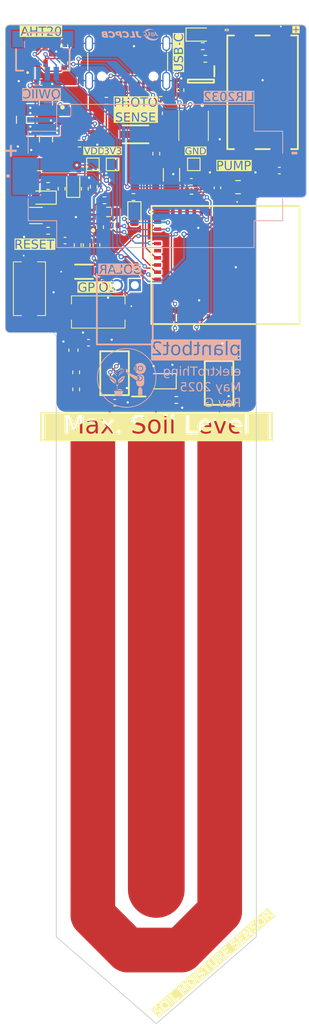
<source format=kicad_pcb>
(kicad_pcb (version 20240108) (generator "pcbnew") (generator_version "8.0")
  (title_block (title "plantbot2") (date "2025-05-31") (rev "A"))
  (layers (0 "F.Cu" signal) (31 "B.Cu" signal) (34 "B.Paste" user) (35 "F.Paste" user) (36 "B.SilkS" user "B.Silkscreen") (37 "F.SilkS" user "F.Silkscreen") (38 "B.Mask" user) (39 "F.Mask" user) (44 "Edge.Cuts" user))
  (net 0 "")
  (net 1 "Net-(IC1-THRES)")
  (net 2 "GND")
  (net 3 "+3V3")
  (net 4 "Net-(IC1-CONT)")
  (net 5 "/Battery Charger/VUSB")
  (net 6 "Net-(IC5-SS)")
  (net 7 "Net-(D1-A)")
  (net 8 "SIG_RAW")
  (net 9 "/Microcontroller/CAP_SIG")
  (net 10 "Net-(IC1-OUT)")
  (net 11 "Net-(IC1-DISCH)")
  (net 12 "Net-(IC2-INPUTA-NEG)")
  (net 13 "Net-(D2-A)")
  (net 14 "GPIO8")
  (net 15 "GPIO9")
  (net 16 "CHIP_PU")
  (net 17 "Net-(IC6-IN)")
  (net 18 "Net-(D8-K)")
  (net 19 "DB_LED")
  (net 25 "Net-(D10-K)")
  (net 26 "Net-(D10-A)")
  (net 27 "Net-(D11-K)")
  (net 28 "VDD")
  (net 29 "Net-(D11-A)")
  (net 31 "Net-(J1-CC1)")
  (net 33 "Net-(J1-CC2)")
  (net 35 "MCU_DM")
  (net 37 "/Battery Charger/READ_BAT")
  (net 38 "/Microcontroller/I2C_SCL")
  (net 39 "Net-(IC5-L1)")
  (net 40 "Net-(IC5-PG)")
  (net 41 "MCU_DP")
  (net 42 "/Microcontroller/LIGHT_SIG")
  (net 43 "Net-(IC5-L2)")
  (net 44 "Net-(IC6-TD)")
  (net 47 "/Microcontroller/PUMP_DRIVE")
  (net 50 "/Microcontroller/I2C_SDA")
  (net 57 "Net-(IC6-TS)")
  (net 58 "Net-(IC6-EN1)")
  (net 59 "Net-(IC6-~{CE})")
  (net 60 "Net-(IC6-TMR)")
  (net 61 "Net-(IC6-ISET)")
  (net 62 "Net-(IC6-EN2)")
  (net 63 "Net-(IC6-ILIM)")
  (net 64 "+BATT")
  (net 68 "/Battery Charger/BAT")
  (net 69 "I2C_PWR")
  (net 70 "Net-(J3-1.1)")
  (net 71 "Net-(Q1-Pad1)")
  (net 72 "Net-(Q1-Pad3)")
  (net 73 "Net-(Q3-G)")
  (footprint "TestPoint:TestPoint_Pad_1.0x1.0mm" (layer "F.Cu") (at 222.4 101.2)
    (property "Reference" "TP1" (hide yes))
    (property "Value" "TestPoint_Alt")
  )
  (footprint "Capacitor_SMD:C_0402_1005Metric" (layer "F.Cu") (at 213.7 112.92 90)
    (property "Reference" "C11" (hide yes))
    (property "Value" "100n")
  )
  (footprint "Capacitor_SMD:C_0805_2012Metric" (layer "F.Cu") (at 205.85 98.43 90)
    (property "Reference" "C16" (hide yes))
    (property "Value" "10u")
  )
  (footprint "Capacitor_SMD:C_0402_1005Metric" (layer "F.Cu") (at 205.3 92)
    (property "Reference" "C19" (hide yes))
    (property "Value" "100n")
  )
  (footprint "Capacitor_SMD:C_0805_2012Metric" (layer "F.Cu") (at 227.35 103.75)
    (property "Reference" "C7" (hide yes))
    (property "Value" "10u")
  )
  (footprint "Resistor_SMD:R_0402_1005Metric" (layer "F.Cu") (at 220.438 127.532)
    (property "Reference" "R6" (hide yes))
    (property "Value" "1M")
  )
  (footprint "Diode_SMD:D_SOD-323F" (layer "F.Cu") (at 218.928 125.4393 180)
    (property "Reference" "D1" (hide yes))
    (property "Value" "1N4148WS")
  )
  (footprint "Capacitor_SMD:C_0402_1005Metric" (layer "F.Cu") (at 212 96.68 90)
    (property "Reference" "C14" (hide yes))
    (property "Value" "1n")
  )
  (footprint "Resistor_SMD:R_0402_1005Metric" (layer "F.Cu") (at 206.09 103.62 180)
    (property "Reference" "R31" (hide yes))
    (property "Value" "2.2k")
  )
  (footprint "Capacitor_SMD:C_0402_1005Metric" (layer "F.Cu") (at 223.228 121.532)
    (property "Reference" "C5" (hide yes))
    (property "Value" "100n")
  )
  (footprint "Resistor_SMD:R_0402_1005Metric" (layer "F.Cu") (at 218.5 95.49 -90)
    (property "Reference" "R2" (hide yes))
    (property "Value" "5.1k")
  )
  (footprint "Capacitor_SMD:C_1206_3216Metric" (layer "F.Cu") (at 219.9 102.375 90)
    (property "Reference" "C6" (hide yes))
    (property "Value" "4.7u")
  )
  (footprint "Resistor_SMD:R_0402_1005Metric" (layer "F.Cu") (at 215.64 104.85)
    (property "Reference" "R13" (hide yes))
    (property "Value" "1k")
  )
  (footprint "SamacSys_Parts:SOIC127P600X175-8N" (layer "F.Cu") (at 225.228 125.632)
    (property "Reference" "IC2" (hide yes))
    (property "Value" "LM358DR2G" (hide yes))
  )
  (footprint "Resistor_SMD:R_0402_1005Metric" (layer "F.Cu") (at 207.9 89.89 90)
    (property "Reference" "R18" (hide yes))
    (property "Value" "10k")
  )
  (footprint "Capacitor_SMD:C_0402_1005Metric" (layer "F.Cu") (at 222.13 103.15 180)
    (property "Reference" "C9" (hide yes))
    (property "Value" "1u")
  )
  (footprint "Resistor_SMD:R_0402_1005Metric" (layer "F.Cu") (at 210.4 110.22 -90)
    (property "Reference" "R34" (hide yes))
    (property "Value" "51k")
  )
  (footprint "Resistor_SMD:R_0402_1005Metric" (layer "F.Cu") (at 218.7 94)
    (property "Reference" "R11" (hide yes))
    (property "Value" "10k")
  )
  (footprint "SamacSys_Parts:ESP32C6MINI1N4" (layer "F.Cu") (at 223.25 112.45 -90)
    (property "Reference" "IC3" (hide yes))
    (property "Value" "ESP32-C6-MINI-1-N4" (hide yes))
  )
  (footprint "Inductor_SMD:L_0805_2012Metric" (layer "F.Cu") (at 203.1 96.2175 -90)
    (property "Reference" "L1" (hide yes))
    (property "Value" "1.5uH")
  )
  (footprint "Capacitor_SMD:C_0402_1005Metric" (layer "F.Cu") (at 207.98 109.72 180)
    (property "Reference" "C17" (hide yes))
    (property "Value" "1u")
  )
  (footprint "LED_SMD:LED_0603_1608Metric" (layer "F.Cu") (at 205.5125 104.92 180)
    (property "Reference" "D11" (hide yes))
    (property "Value" "Green_0603")
  )
  (footprint "SamacSys_Parts:DMP3007SFG7" (layer "F.Cu") (at 222.375 96.9 180)
    (property "Reference" "Q3" (hide yes))
    (property "Value" "DMP3017SFG-7" (hide yes))
  )
  (footprint "Resistor_SMD:R_0402_1005Metric" (layer "F.Cu") (at 211.2 103.71 90)
    (property "Reference" "R36" (hide yes))
    (property "Value" "51k")
  )
  (footprint "Resistor_SMD:R_0402_1005Metric" (layer "F.Cu") (at 211.5 110.21 -90)
    (property "Reference" "R29" (hide yes))
    (property "Value" "1.5k")
  )
  (footprint "Resistor_SMD:R_0402_1005Metric" (layer "F.Cu") (at 220.9 92.91 90)
    (property "Reference" "R12" (hide yes))
    (property "Value" "1k")
  )
  (footprint "SamacSys_Parts:QFN50P300X300X100-17N-D" (layer "F.Cu") (at 209.25 107.07 180)
    (property "Reference" "IC6" (hide yes))
    (property "Value" "BQ24073RGTR" (hide yes))
  )
  (footprint "SamacSys_Parts:2060452998404" (layer "F.Cu") (at 230.1 93.025 -90)
    (property "Reference" "J3" (hide yes))
    (property "Value" "2060-452_998-404" (hide yes))
  )
  (footprint "LED_SMD:LED_0603_1608Metric" (layer "F.Cu") (at 223.0125 86.7)
    (property "Reference" "D2" (hide yes))
    (property "Value" "Green_0603")
  )
  (footprint "Resistor_SMD:R_0603_1608Metric" (layer "F.Cu") (at 212.875 106.52)
    (property "Reference" "R37" (hide yes))
    (property "Value" "560k")
  )
  (footprint "Capacitor_SMD:C_0805_2012Metric" (layer "F.Cu") (at 205.85 94.33 -90)
    (property "Reference" "C13" (hide yes))
    (property "Value" "10u")
  )
  (footprint "Resistor_SMD:R_0402_1005Metric" (layer "F.Cu") (at 220.2 121.75 90)
    (property "Reference" "R9" (hide yes))
    (property "Value" "100")
  )
  (footprint "Capacitor_SMD:C_0402_1005Metric" (layer "F.Cu") (at 213.548 127.8393)
    (property "Reference" "C3" (hide yes))
    (property "Value" "100n")
  )
  (footprint "SamacSys_Parts:AHT20" (layer "F.Cu") (at 204.8 88.9 90)
    (property "Reference" "IC4" (hide yes))
    (property "Value" "AHT20" (hide yes))
  )
  (footprint "Resistor_SMD:R_0402_1005Metric" (layer "F.Cu") (at 211.9 108.22 -90)
    (property "Reference" "TH2" (hide yes))
    (property "Value" "10k_NTC")
  )
  (footprint "Capacitor_SMD:C_0402_1005Metric" (layer "F.Cu") (at 225.05 103.83 90)
    (property "Reference" "C8" (hide yes))
    (property "Value" "100n")
  )
  (footprint "SamacSys_Parts:TEMT6000X01" (layer "F.Cu") (at 216.425 97.85 180)
    (property "Reference" "Q2" (hide yes))
    (property "Value" "TEMT6000X01" (hide yes))
  )
  (footprint "Capacitor_SMD:C_0805_2012Metric" (layer "F.Cu") (at 205.15 101.18 180)
    (property "Reference" "C15" (hide yes))
    (property "Value" "10u")
  )
  (footprint "Resistor_SMD:R_0402_1005Metric" (layer "F.Cu") (at 209.4 110.22 -90)
    (property "Reference" "R22" (hide yes))
    (property "Value" "51k")
  )
  (footprint "SamacSys_Parts:B5819WSL" (layer "F.Cu") (at 210.1 113.2)
    (property "Reference" "D9" (hide yes))
    (property "Value" "B5819W.SL" (hide yes))
  )
  (footprint "Resistor_SMD:R_0402_1005Metric" (layer "F.Cu") (at 209.228 124.4393 90)
    (property "Reference" "R4" (hide yes))
    (property "Value" "2.4k")
  )
  (footprint "SamacSys_Parts:SOT95P237X125-3N" (layer "F.Cu") (at 223.2 91.9 -90)
    (property "Reference" "Q1" (hide yes))
    (property "Value" "DTC143ECA-TP" (hide yes))
  )
  (footprint "LED_SMD:LED_0603_1608Metric" (layer "F.Cu") (at 208.9 103.4075 90)
    (property "Reference" "D10" (hide yes))
    (property "Value" "Green_0603")
  )
  (footprint "Resistor_SMD:R_0402_1005Metric" (layer "F.Cu") (at 222.14 104.15)
    (property "Reference" "R8" (hide yes))
    (property "Value" "10k")
  )
  (footprint "LED_SMD:LED_0603_1608Metric" (layer "F.Cu") (at 215.75 106.8625 -90)
    (property "Reference" "D8" (hide yes))
    (property "Value" "Green_0603")
  )
  (footprint "Resistor_SMD:R_0402_1005Metric" (layer "F.Cu") (at 207.9 87.99 -90)
    (property "Reference" "R17" (hide yes))
    (property "Value" "10k")
  )
  (footprint "Connectors_JT:GT-USB-7010A" (layer "F.Cu") (at 215 89.925 180)
    (property "Reference" "J1" (hide yes))
    (property "Value" "GT-USB-7010")
  )
  (footprint "Resistor_SMD:R_0402_1005Metric" (layer "F.Cu") (at 218.32 122.2 180)
    (property "Reference" "R5" (hide yes))
    (property "Value" "10k")
  )
  (footprint "Resistor_SMD:R_0402_1005Metric" (layer "F.Cu") (at 213.41 108.02)
    (property "Reference" "R38" (hide yes))
    (property "Value" "220k")
  )
  (footprint "Resistor_SMD:R_0402_1005Metric" (layer "F.Cu") (at 223.4 88 180)
    (property "Reference" "R7" (hide yes))
    (property "Value" "2.2k")
  )
  (footprint "Resistor_SMD:R_0402_1005Metric" (layer "F.Cu") (at 218.2 100.01 -90)
    (property "Reference" "R35" (hide yes))
    (property "Value" "10k")
  )
  (footprint "Resistor_SMD:R_0402_1005Metric" (layer "F.Cu") (at 207.6 103.93 -90)
    (property "Reference" "R30" (hide yes))
    (property "Value" "2.2k")
  )
  (footprint "SamacSys_Parts:TS1101CW" (layer "F.Cu") (at 204 115.1 -90)
    (property "Reference" "S2" (hide yes))
    (property "Value" "TS-1101-C-W" (hide yes))
  )
  (footprint "Resistor_SMD:R_0402_1005Metric" (layer "F.Cu") (at 209.61 98.88)
    (property "Reference" "R16" (hide yes))
    (property "Value" "1M")
  )
  (footprint "Capacitor_SMD:C_0603_1608Metric" (layer "F.Cu") (at 208.928 121.9643 90)
    (property "Reference" "C2" (hide yes))
    (property "Value" "470p")
  )
  (footprint "Capacitor_SMD:C_0402_1005Metric" (layer "F.Cu") (at 227.5 122.3 180)
    (property "Reference" "C12" (hide yes))
    (property "Value" "100n")
  )
  (footprint "Capacitor_SMD:C_0402_1005Metric" (layer "F.Cu") (at 214.7 112.92 -90)
    (property "Reference" "C10" (hide yes))
    (property "Value" "100n")
  )
  (footprint "Resistor_SMD:R_0402_1005Metric" (layer "F.Cu") (at 223.69 89.4)
    (property "Reference" "R10" (hide yes))
    (property "Value" "220")
  )
  (footprint "SamacSys_Parts:SOIC127P600X175-8N" (layer "F.Cu") (at 213.528 124.5393 180)
    (property "Reference" "IC1" (hide yes))
    (property "Value" "NE555DR" (hide yes))
  )
  (footprint "Capacitor_SMD:C_0402_1005Metric" (layer "F.Cu") (at 231.98 101.9 180)
    (property "Reference" "C20" (hide yes))
    (property "Value" "1u")
  )
  (footprint "SamacSys_Parts:QFN50P250X250X100-12N-D" (layer "F.Cu") (at 209.3 96.33)
    (property "Reference" "IC5" (hide yes))
    (property "Value" "TPS63051RMWR" (hide yes))
  )
  (footprint "Capacitor_SMD:C_1206_3216Metric" (layer "F.Cu") (at 204.725 106.92 180)
    (property "Reference" "C18" (hide yes))
    (property "Value" "4.7u")
  )
  (footprint "TestPoint:TestPoint_Pad_1.0x1.0mm" (layer "F.Cu") (at 213.3 101.2)
    (property "Reference" "TP3" (hide yes))
    (property "Value" "TestPoint_Alt")
  )
  (footprint "TestPoint:TestPoint_Pad_1.0x1.0mm" (layer "F.Cu") (at 211.1 101.2)
    (property "Reference" "TP2" (hide yes))
    (property "Value" "TestPoint_Alt")
  )
  (footprint "Resistor_SMD:R_0402_1005Metric" (layer "F.Cu") (at 212.4 105.22)
    (property "Reference" "R32" (hide yes))
    (property "Value" "51k")
  )
  (footprint "Resistor_SMD:R_0402_1005Metric" (layer "F.Cu") (at 206.09 108.62 180)
    (property "Reference" "R28" (hide yes))
    (property "Value" "1.5k")
  )
  (footprint "Resistor_SMD:R_0402_1005Metric" (layer "F.Cu") (at 209.228 126.3493 90)
    (property "Reference" "R3" (hide yes))
    (property "Value" "1.5k")
  )
  (footprint "Resistor_SMD:R_0402_1005Metric" (layer "F.Cu") (at 215.9 112.91 -90)
    (property "Reference" "R14" (hide yes))
    (property "Value" "10k")
  )
  (footprint "Resistor_SMD:R_0402_1005Metric" (layer "F.Cu") (at 212.61 94.1 180)
    (property "Reference" "R1" (hide yes))
    (property "Value" "5.1k")
  )
  (footprint "Resistor_SMD:R_0402_1005Metric" (layer "F.Cu") (at 210.2 103.92 -90)
    (property "Reference" "R33" (hide yes))
    (property "Value" "51k")
  )
  (footprint "Capacitor_SMD:C_0402_1005Metric" (layer "F.Cu") (at 210.608 121.1393 180)
    (property "Reference" "C4" (hide yes))
    (property "Value" "10n")
  )
  (footprint "SamacSys_Parts:TS1101CW" (layer "F.Cu") (at 211.7 117.7 180)
    (property "Reference" "S1" (hide yes))
    (property "Value" "TS-1101-C-W" (hide yes))
  )
  (footprint "SamacSys_Parts:SHDRRA2W50P0X200_1X2_600X760X510P" (layer "B.Cu") (at 215.8 114.7)
    (property "Reference" "J5" (hide yes))
    (property "Value" "PH-2RA" (hide yes))
  )
  (footprint "SamacSys_Parts:CR2032BS61" (layer "B.Cu") (at 218.1 102.5 -90)
    (property "Reference" "U2" (hide yes))
    (property "Value" "CR2032-BS-6-1" (hide yes))
  )
  (footprint "SamacSys_Parts:SM04BSRSSTBLFSN" (layer "B.Cu") (at 205.5 88.6)
    (property "Reference" "J2" (hide yes))
    (property "Value" "SM04B-SRSS-TB__LF__SN_" (hide yes))
  )
  (footprint "personal:PlantBot" (layer "B.Cu") (at 214.9 125.1 180)
    (property "Reference" "" (hide yes))
    (property "Value" "LOGO" (hide yes))
  )
  (footprint "personal:Product Stamp" (layer "B.Cu") (at 226.2 121.5 180)
    (property "Reference" "FID1" (hide yes))
    (property "Value" "Fiducial")
  )
  (footprint "personal:logo_10mm" (layer "B.Cu") (at 231.722123 89.200776 180)
    (property "Reference" "F*" (hide yes))
    (property "Value" "LOGO" (hide yes))
  )
  (footprint "personal:jlcpcb_logo_2mm" (layer "B.Cu") (at 215.3 86.7 180)
    (property "Reference" "FID2" (hide yes))
    (property "Value" "Fiducial" (hide yes))
  )
  (gr_arc (start 234.5 85.6) (mid 234.853523 85.746463) (end 235 86.1) (stroke (width 0.1)) (layer "Edge.Cuts"))
  (gr_line (start 201.3 86.1) (end 201.3 119.523282) (stroke (width 0.05)) (layer "Edge.Cuts"))
  (gr_line (start 218.2 197.223282) (end 207 187.523282) (stroke (width 0.1)) (layer "Edge.Cuts"))
  (gr_line (start 235 104.4) (end 235 86.1) (stroke (width 0.1)) (layer "Edge.Cuts"))
  (gr_arc (start 206.5 120.023282) (mid 206.853553 120.169729) (end 207 120.523282) (stroke (width 0.1)) (layer "Edge.Cuts"))
  (gr_arc (start 229.4 105.4) (mid 229.546476 105.046476) (end 229.9 104.9) (stroke (width 0.1)) (layer "Edge.Cuts"))
  (gr_line (start 229.4 105.4) (end 229.4 187.523282) (stroke (width 0.1)) (layer "Edge.Cuts"))
  (gr_line (start 207 120.523282) (end 207 187.523282) (stroke (width 0.1)) (layer "Edge.Cuts"))
  (gr_line (start 201.8 85.6) (end 234.5 85.6) (stroke (width 0.1)) (layer "Edge.Cuts"))
  (gr_arc (start 235 104.4) (mid 234.853524 104.753524) (end 234.5 104.9) (stroke (width 0.1)) (layer "Edge.Cuts"))
  (gr_arc (start 201.8 120.023282) (mid 201.446447 119.876835) (end 201.3 119.523282) (stroke (width 0.1)) (layer "Edge.Cuts"))
  (gr_line (start 201.8 120.023282) (end 206.5 120.023282) (stroke (width 0.1)) (layer "Edge.Cuts"))
  (gr_line (start 229.9 104.9) (end 234.5 104.9) (stroke (width 0.05)) (layer "Edge.Cuts"))
  (gr_arc (start 201.3 86.1) (mid 201.446447 85.746447) (end 201.8 85.6) (stroke (width 0.1)) (layer "Edge.Cuts"))
  (gr_line (start 229.4 187.523282) (end 218.2 197.223282) (stroke (width 0.1)) (layer "Edge.Cuts"))
  (gr_text "-" (at 234.1 100.8 -0) (layer "B.SilkS") (effects (font (size 1.5 1.5) (thickness 0.3) (bold yes)) (justify left bottom mirror)))
  (gr_text "SOLAR" (at 216.5 113.6 0) (layer "B.SilkS" knockout) (effects (font (size 1 1)) (justify left bottom mirror)))
  (gr_text "LIR2032" (at 229.2 94.3 0) (layer "B.SilkS" knockout) (effects (font (size 1 1)) (justify left bottom mirror)))
  (gr_text "QWIIC" (at 207.5 94 0) (layer "B.SilkS" knockout) (effects (font (size 1 1)) (justify left bottom mirror)))
  (gr_text "+" (at 202.8 100.6 0) (layer "B.SilkS") (effects (font (size 1.5 1.5) (thickness 0.3) (bold yes)) (justify left bottom mirror)))
  (gr_text "|  Max. Soil Level  |" (at 218.224 130.439282 0) (layer "F.SilkS" knockout) (effects (font (size 2 2))))
  (gr_text "+" (at 233.4 86.6 0) (layer "F.SilkS" knockout) (effects (font (size 0.75 0.75)) (justify left bottom)))
  (gr_text "PUMP" (at 224.9 102 0) (layer "F.SilkS" knockout) (effects (font (size 1 1)) (justify left bottom)))
  (gr_text "GND" (at 221.4 100.2 0) (layer "F.SilkS" knockout) (effects (font (size 0.75 0.75)) (justify left bottom)))
  (gr_text "USB-C" (at 221.3575 90.915 90) (layer "F.SilkS" knockout) (effects (font (size 1 1)) (justify left bottom)))
  (gr_text "PHOTO\nSENSE" (at 215.875 96.6 0) (layer "F.SilkS" knockout) (effects (font (size 1 1)) (justify bottom)))
  (gr_text "RESET" (at 202.3 110.8 0) (layer "F.SilkS" knockout) (effects (font (size 1 1)) (justify left bottom)))
  (gr_text "AHT20" (at 203 87 0) (layer "F.SilkS" knockout) (effects (font (size 1 1)) (justify left bottom)))
  (gr_text "3V3" (at 212.3 100.2 0) (layer "F.SilkS" knockout) (effects (font (size 0.75 0.75)) (justify left bottom)))
  (gr_text "VDD" (at 210.1 100.2 0) (layer "F.SilkS" knockout) (effects (font (size 0.75 0.75)) (justify left bottom)))
  (gr_text "SOIL MOISTURE SENSOR" (at 218.5 196.6 41) (layer "F.SilkS" knockout) (effects (font (size 1 1)) (justify left bottom)))
  (gr_text "GPIO9" (at 209.4 115.6 0) (layer "F.SilkS" knockout) (effects (font (size 1 1)) (justify left bottom)))
  (gr_text "-" (at 225.9 86.6 0) (layer "F.SilkS" knockout) (effects (font (size 0.75 0.75)) (justify left bottom)))
  (segment (start 209.228 123.484) (end 209.253 123.509) (width 0.15) (layer "F.Cu") (net 1))
  (segment (start 209.228 123.929) (end 209.228 123.484) (width 0.15) (layer "F.Cu") (net 1))
  (segment (start 210.8163 123.904) (end 210.816 123.9043) (width 0.15) (layer "F.Cu") (net 1))
  (segment (start 209.253 123.509) (end 209.253 123.904) (width 0.15) (layer "F.Cu") (net 1))
  (segment (start 209.253 123.904) (end 210.8163 123.904) (width 0.15) (layer "F.Cu") (net 1))
  (segment (start 214.463 125.174) (end 216.2397 125.174) (width 0.15) (layer "F.Cu") (net 1))
  (segment (start 216.2397 125.174) (end 216.24 125.174) (width 0.15) (layer "F.Cu") (net 1))
  (segment (start 208.928 122.7393) (end 208.9283 122.7393) (width 0.15) (layer "F.Cu") (net 1))
  (segment (start 209.228 123.929) (end 209.228 123.9293) (width 0.15) (layer "F.Cu") (net 1))
  (segment (start 209.228 123.039) (end 209.078 122.889) (width 0.15) (layer "F.Cu") (net 1))
  (segment (start 216.2397 125.174) (end 216.24 125.1743) (width 0.15) (layer "F.Cu") (net 1))
  (segment (start 208.9283 122.7393) (end 209.078 122.889) (width 0.15) (layer "F.Cu") (net 1))
  (segment (start 213.193 123.904) (end 214.463 125.174) (width 0.15) (layer "F.Cu") (net 1))
  (segment (start 210.8163 123.904) (end 213.193 123.904) (width 0.15) (layer "F.Cu") (net 1))
  (segment (start 209.228 123.484) (end 209.228 123.039) (width 0.15) (layer "F.Cu") (net 1))
  (segment (start 211.1 132.323282) (end 211.1 182.223282) (width 5) (layer "F.Cu") (net 2))
  (segment (start 205.85 96.3) (end 206.4 96.3) (width 0.15) (layer "F.Cu") (net 2))
  (segment (start 221 189) (end 225.3 184.7) (width 5) (layer "F.Cu") (net 2))
  (segment (start 211.175 103.2) (end 210.675 102.7) (width 0.15) (layer "F.Cu") (net 2))
  (segment (start 208 96.08) (end 206.62 96.08) (width 0.15) (layer "F.Cu") (net 2))
  (segment (start 211.1 130.767) (end 211.1 132.323) (width 0.15) (layer "F.Cu") (net 2))
  (segment (start 215 189) (end 221 189) (width 5) (layer "F.Cu") (net 2))
  (segment (start 211.1 182.223) (end 211.1 185.1) (width 5) (layer "F.Cu") (net 2))
  (segment (start 205.85 96.3) (end 205.85 97.48) (width 0.15) (layer "F.Cu") (net 2))
  (segment (start 225.3 184.7) (end 225.3 182.223) (width 5) (layer "F.Cu") (net 2))
  (segment (start 205.78 92) (end 206.325414 92) (width 0.15) (layer "F.Cu") (net 2))
  (segment (start 211.2 103.2) (end 211.175 103.2) (width 0.15) (layer "F.Cu") (net 2))
  (segment (start 206.62 96.08) (end 206.4 96.3) (width 0.15) (layer "F.Cu") (net 2))
  (segment (start 205.85 95.28) (end 205.85 96.3) (width 0.15) (layer "F.Cu") (net 2))
  (segment (start 225.3 132.323282) (end 225.3 182.223282) (width 5) (layer "F.Cu") (net 2))
  (segment (start 206.325414 92) (end 206.547937 92.222523) (width 0.15) (layer "F.Cu") (net 2))
  (segment (start 211.1 185.1) (end 215 189) (width 5) (layer "F.Cu") (net 2))
  (segment (start 209.25 107.07) (end 209.23 107.07) (width 0.15) (layer "F.Cu") (net 2))
  (segment (start 214.028 127.839) (end 211.1 130.767) (width 0.15) (layer "F.Cu") (net 2))
  (segment (start 209.23 107.07) (end 209.2 107.1) (width 0.15) (layer "F.Cu") (net 2))
  (segment (start 225.3 132.323) (end 225.3 128.923) (width 0.15) (layer "F.Cu") (net 2))
  (via (at 203.4 109.3) (size 0.5) (drill 0.25) (layers "F.Cu" "B.Cu") (net 2))
  (via (at 229.3 102.1) (size 0.5) (drill 0.25) (layers "F.Cu" "B.Cu") (net 2))
  (via (at 221 91.6) (size 0.5) (drill 0.25) (layers "F.Cu" "B.Cu") (net 2))
  (via (at 224.2 102.1) (size 0.5) (drill 0.25) (layers "F.Cu" "B.Cu") (net 2))
  (via (at 221.1 128.4) (size 0.5) (drill 0.25) (layers "F.Cu" "B.Cu") (net 2))
  (via (at 223 116.4) (size 0.5) (drill 0.25) (layers "F.Cu" "B.Cu") (net 2))
  (via (at 215 127.8) (size 0.5) (drill 0.25) (layers "F.Cu" "B.Cu") (net 2))
  (via (at 212.8 116.1) (size 0.5) (drill 0.25) (layers "F.Cu" "B.Cu") (net 2))
  (via (at 211.6 99) (size 0.5) (drill 0.25) (layers "F.Cu" "B.Cu") (net 2))
  (via (at 206.7 115.5) (size 0.5) (drill 0.25) (layers "F.Cu" "B.Cu") (net 2))
  (via (at 202.7 99.2) (size 0.5) (drill 0.25) (layers "F.Cu" "B.Cu") (net 2))
  (via (at 212.6 102.2) (size 0.5) (drill 0.25) (layers "F.Cu" "B.Cu") (net 2))
  (via (at 204.2 99.6) (size 0.5) (drill 0.25) (layers "F.Cu" "B.Cu") (net 2))
  (via (at 206.4 96.3) (size 0.5) (drill 0.25) (layers "F.Cu" "B.Cu") (net 2))
  (via (at 217.9 123.75) (size 0.5) (drill 0.25) (layers "F.Cu" "B.Cu") (net 2))
  (via (at 210 120) (size 0.5) (drill 0.25) (layers "F.Cu" "B.Cu") (net 2))
  (via (at 213.2 120.8) (size 0.5) (drill 0.25) (layers "F.Cu" "B.Cu") (net 2))
  (via (at 215.7 88) (size 0.5) (drill 0.25) (layers "F.Cu" "B.Cu") (net 2))
  (via (at 209.2 107.1) (size 0.5) (drill 0.25) (layers "F.Cu" "B.Cu") (net 2))
  (via (at 225.3 98.4) (size 0.5) (drill 0.25) (layers "F.Cu" "B.Cu") (net 2))
  (via (at 220.8 88) (size 0.5) (drill 0.25) (layers "F.Cu" "B.Cu") (net 2))
  (via (at 207 88.6) (size 0.5) (drill 0.25) (layers "F.Cu" "B.Cu") (net 2))
  (via (at 210.675 102.7) (size 0.5) (drill 0.25) (layers "F.Cu" "B.Cu") (net 2))
  (via (at 207.8 121) (size 0.5) (drill 0.25) (layers "F.Cu" "B.Cu") (net 2))
  (via (at 227.1 112.7) (size 0.5) (drill 0.25) (layers "F.Cu" "B.Cu") (net 2))
  (via (at 226.3 127.1) (size 0.5) (drill 0.25) (layers "F.Cu" "B.Cu") (net 2))
  (via (at 220.1 102.3) (size 0.5) (drill 0.25) (layers "F.Cu" "B.Cu") (net 2))
  (via (at 212.6 102.2) (size 0.5) (drill 0.25) (layers "F.Cu" "B.Cu") (net 2))
  (via (at 220 123.6) (size 0.5) (drill 0.25) (layers "F.Cu" "B.Cu") (net 2))
  (via (at 214.9 126.2) (size 0.5) (drill 0.25) (layers "F.Cu" "B.Cu") (net 2))
  (via (at 222.9 108.3) (size 0.5) (drill 0.25) (layers "F.Cu" "B.Cu") (net 2))
  (via (at 202.8 91.9) (size 0.5) (drill 0.25) (layers "F.Cu" "B.Cu") (net 2))
  (via (at 225.6 121.2) (size 0.5) (drill 0.25) (layers "F.Cu" "B.Cu") (net 2))
  (via (at 230.1 91.8) (size 0.5) (drill 0.25) (layers "F.Cu" "B.Cu") (net 2))
  (via (at 206.547937 92.222523) (size 0.5) (drill 0.25) (layers "F.Cu" "B.Cu") (net 2))
  (segment (start 203.625 91.075) (end 202.8 91.9) (width 0.15) (layer "B.Cu") (net 2))
  (segment (start 204 91.075) (end 203.625 91.075) (width 0.15) (layer "B.Cu") (net 2))
  (segment (start 223.4 109) (end 221.3 109) (width 0.2) (layer "F.Cu") (net 3))
  (segment (start 208.75 97.53) (end 209.1 97.88) (width 0.2) (layer "F.Cu") (net 3))
  (segment (start 209.05 97.53) (end 208.75 97.53) (width 0.15) (layer "F.Cu") (net 3))
  (segment (start 213.3 101.2) (end 213.3 102.3) (width 0.15) (layer "F.Cu") (net 3))
  (segment (start 225.65 106.55) (end 225.65 106.75) (width 0.2) (layer "F.Cu") (net 3))
  (segment (start 206.1 101.18) (end 205.85 100.93) (width 0.2) (layer "F.Cu") (net 3))
  (segment (start 208.2038 99.0762) (end 206.1 101.18) (width 0.2) (layer "F.Cu") (net 3))
  (segment (start 215.030732 111.530732) (end 215.9 112.4) (width 0.2) (layer "F.Cu") (net 3))
  (segment (start 225.65 106.55) (end 225.65 104.91) (width 0.15) (layer "F.Cu") (net 3))
  (segment (start 208.45 97.53) (end 208.2038 97.2838) (width 0.15) (layer "F.Cu") (net 3))
  (segment (start 214.269268 111.530732) (end 215.030732 111.530732) (width 0.2) (layer "F.Cu") (net 3))
  (segment (start 209.2948 101.2948) (end 209.2948 99.0748) (width 0.2) (layer "F.Cu") (net 3))
  (segment (start 208.75 97.53) (end 208.45 97.53) (width 0.15) (layer "F.Cu") (net 3))
  (segment (start 222.65 104.15) (end 222.81 104.31) (width 0.15) (layer "F.Cu") (net 3))
  (segment (start 209.2948 99.0748) (end 209.1 98.88) (width 0.2) (layer "F.Cu") (net 3))
  (segment (start 209.1 97.88) (end 209.1 98.88) (width 0.2) (layer "F.Cu") (net 3))
  (segment (start 225.445 104.705) (end 225.05 104.31) (width 0.15) (layer "F.Cu") (net 3))
  (segment (start 204.3002 92.4015) (end 204.6661 92.7674) (width 0.2) (layer "F.Cu") (net 3))
  (segment (start 208.2038 97.2838) (end 208.2038 99.0762) (width 0.2) (layer "F.Cu") (net 3))
  (segment (start 222.81 104.31) (end 225.05 104.31) (width 0.15) (layer "F.Cu") (net 3))
  (segment (start 225.65 106.75) (end 223.4 109) (width 0.2) (layer "F.Cu") (net 3))
  (segment (start 205.85 100.93) (end 205.85 99.38) (width 0.2) (layer "F.Cu") (net 3))
  (segment (start 204.6661 98.1961) (end 205.85 99.38) (width 0.2) (layer "F.Cu") (net 3))
  (segment (start 204.6661 92.7674) (end 204.6661 98.1961) (width 0.2) (layer "F.Cu") (net 3))
  (segment (start 208.2038 97.2838) (end 208 97.08) (width 0.15) (layer "F.Cu") (net 3))
  (segment (start 213.3 102.3) (end 212.61675 102.98325) (width 0.15) (layer "F.Cu") (net 3))
  (segment (start 225.445 104.705) (end 226.4 103.75) (width 0.15) (layer "F.Cu") (net 3))
  (segment (start 204.0805 92.4015) (end 204.3002 92.4015) (width 0.2) (layer "F.Cu") (net 3))
  (segment (start 225.65 104.91) (end 225.445 104.705) (width 0.15) (layer "F.Cu") (net 3))
  (via (at 212.61675 102.98325) (size 0.6) (drill 0.3) (layers "F.Cu" "B.Cu") (net 3))
  (via (at 209.2948 101.2948) (size 0.6) (drill 0.3) (layers "F.Cu" "B.Cu") (net 3))
  (via (at 204.0805 92.4015) (size 0.6) (drill 0.3) (layers "F.Cu" "B.Cu") (net 3))
  (via (at 221.3 109) (size 0.6) (drill 0.3) (layers "F.Cu" "B.Cu") (net 3))
  (via (at 214.269268 111.530732) (size 0.6) (drill 0.3) (layers "F.Cu" "B.Cu") (net 3))
  (segment (start 214.552112 111.530732) (end 217.32138 114.3) (width 0.2) (layer "B.Cu") (net 3))
  (segment (start 213.3264 103.6929) (end 212.61675 102.98325) (width 0.2) (layer "B.Cu") (net 3))
  (segment (start 217.32138 114.3) (end 218.7 114.3) (width 0.2) (layer "B.Cu") (net 3))
  (segment (start 212.61675 102.98325) (end 210.9283 101.2948) (width 0.2) (layer "B.Cu") (net 3))
  (segment (start 221.3 111.7) (end 221.3 109) (width 0.2) (layer "B.Cu") (net 3))
  (segment (start 210.9283 101.2948) (end 209.2948 101.2948) (width 0.2) (layer "B.Cu") (net 3))
  (segment (start 205 91.075) (end 205 92.1017) (width 0.2) (layer "B.Cu") (net 3))
  (segment (start 204.3803 92.1017) (end 204.0805 92.4015) (width 0.2) (layer "B.Cu") (net 3))
  (segment (start 213.3264 110.587864) (end 214.269268 111.530732) (width 0.2) (layer "B.Cu") (net 3))
  (segment (start 205 92.1017) (end 204.3803 92.1017) (width 0.2) (layer "B.Cu") (net 3))
  (segment (start 213.3264 110.572764) (end 213.3264 110.587864) (width 0.2) (layer "B.Cu") (net 3))
  (segment (start 214.269268 111.530732) (end 214.552112 111.530732) (width 0.2) (layer "B.Cu") (net 3))
  (segment (start 218.7 114.3) (end 221.3 111.7) (width 0.2) (layer "B.Cu") (net 3))
  (segment (start 213.3264 110.572764) (end 213.3264 103.6929) (width 0.2) (layer "B.Cu") (net 3))
  (segment (start 211.088 121.139) (end 211.088 121.1393) (width 0.15) (layer "F.Cu") (net 4))
  (segment (start 210.816 122.634) (end 210.816 122.6343) (width 0.15) (layer "F.Cu") (net 4))
  (segment (start 211.088 121.1393) (end 211.088 121.779) (width 0.15) (layer "F.Cu") (net 4))
  (segment (start 210.816 122.051) (end 210.816 122.634) (width 0.15) (layer "F.Cu") (net 4))
  (segment (start 211.088 121.779) (end 210.816 122.051) (width 0.15) (layer "F.Cu") (net 4))
  (segment (start 217.4 92.435) (end 217.4 91.9) (width 0.15) (layer "F.Cu") (net 5))
  (segment (start 212.6 92.435) (end 212.6 91.8) (width 0.15) (layer "F.Cu") (net 5))
  (segment (start 211.72 113.2) (end 211.72 112.22) (width 0.25) (layer "F.Cu") (net 5))
  (segment (start 213.1 91.3) (end 216.8 91.3) (width 0.15) (layer "F.Cu") (net 5))
  (segment (start 212 100.7284) (end 212 104.1) (width 0.15) (layer "F.Cu") (net 5))
  (segment (start 211.72 112.22) (end 211.2 111.7) (width 0.25) (layer "F.Cu") (net 5))
  (segment (start 212.6 91.8) (end 213.1 91.3) (width 0.15) (layer "F.Cu") (net 5))
  (segment (start 217.4 91.9) (end 216.9 91.4) (width 0.15) (layer "F.Cu") (net 5))
  (segment (start 216.8 91.3) (end 216.9 91.4) (width 0.15) (layer "F.Cu") (net 5))
  (segment (start 212.6 92.435) (end 212.6 100.1284) (width 0.15) (layer "F.Cu") (net 5))
  (segment (start 212.6 100.1284) (end 212 100.7284) (width 0.15) (layer "F.Cu") (net 5))
  (via (at 212 104.1) (size 0.5) (drill 0.25) (layers "F.Cu" "B.Cu") (net 5))
  (via (at 213.1 91.3) (size 0.5) (drill 0.25) (layers "F.Cu" "B.Cu") (net 5))
  (via (at 211.2 111.7) (size 0.5) (drill 0.25) (layers "F.Cu" "B.Cu") (net 5))
  (segment (start 214.875 115.625) (end 213.425 115.625) (width 0.15) (layer "B.Cu") (net 5))
  (segment (start 211.2 104.9) (end 212 104.1) (width 0.25) (layer "B.Cu") (net 5))
  (segment (start 213.425 115.625) (end 211.2 113.4) (width 0.15) (layer "B.Cu") (net 5))
  (segment (start 211.2 111.7) (end 211.2 104.9) (width 0.25) (layer "B.Cu") (net 5))
  (segment (start 211.2 113.4) (end 211.2 111.7) (width 0.15) (layer "B.Cu") (net 5))
  (segment (start 215.8 114.7) (end 214.875 115.625) (width 0.15) (layer "B.Cu") (net 5))
  (segment (start 211.967 97.127) (end 212 97.16) (width 0.15) (layer "F.Cu") (net 6))
  (segment (start 210.647 97.127) (end 211.967 97.127) (width 0.15) (layer "F.Cu") (net 6))
  (segment (start 210.6 97.08) (end 210.647 97.127) (width 0.15) (layer "F.Cu") (net 6))
  (segment (start 217.828 125.439) (end 217.828 125.4393) (width 0.15) (layer "F.Cu") (net 7))
  (segment (start 217.4 128.123) (end 218.2 128.923) (width 0.15) (layer "F.Cu") (net 7))
  (segment (start 218.2 128.923) (end 218.2 132.323) (width 0.15) (layer "F.Cu") (net 7))
  (segment (start 218.83 124.437) (end 217.828 125.439) (width 0.15) (layer "F.Cu") (net 7))
  (segment (start 217.828 125.439) (end 217.4 125.867) (width 0.15) (layer "F.Cu") (net 7))
  (segment (start 217.4 125.867) (end 217.4 128.123) (width 0.15) (layer "F.Cu") (net 7))
  (segment (start 218.83 122.2) (end 218.83 124.437) (width 0.15) (layer "F.Cu") (net 7))
  (segment (start 218.2 132.323282) (end 218.2 182.223282) (width 6.35) (layer "F.Cu") (net 7))
  (segment (start 220.028 125.439) (end 220.028 125.4393) (width 0.15) (layer "F.Cu") (net 8))
  (segment (start 219.928 126.536) (end 219.928 127.532) (width 0.15) (layer "F.Cu") (net 8))
  (segment (start 220.028 126.436) (end 219.928 126.536) (width 0.15) (layer "F.Cu") (net 8))
  (segment (start 220.028 125.4393) (end 220.028 126.436) (width 0.15) (layer "F.Cu") (net 8))
  (segment (start 221.663 126.267) (end 220.835 125.439) (width 0.15) (layer "F.Cu") (net 8))
  (segment (start 220.835 125.439) (end 220.028 125.439) (width 0.15) (layer "F.Cu") (net 8))
  (segment (start 220.028 126.436) (end 220.028 127.432) (width 0.15) (layer "F.Cu") (net 8))
  (segment (start 222.516 126.267) (end 221.663 126.267) (width 0.15) (layer "F.Cu") (net 8))
  (segment (start 220.3 119.5) (end 220.2 119.6) (width 0.15) (layer "F.Cu") (net 9))
  (segment (start 220.2 121.24) (end 220.225 121.215) (width 0.15) (layer "F.Cu") (net 9))
  (segment (start 220.85 107.822) (end 219.9 108.772) (width 0.15) (layer "F.Cu") (net 9))
  (segment (start 220.85 106.55) (end 220.85 107.822) (width 0.15) (layer "F.Cu") (net 9))
  (segment (start 220.85 104.8) (end 219.9 103.85) (width 0.15) (layer "F.Cu") (net 9))
  (segment (start 219.9 108.772) (end 219.9 116.4) (width 0.15) (layer "F.Cu") (net 9))
  (segment (start 219.9 116.4) (end 220.3 116.8) (width 0.15) (layer "F.Cu") (net 9))
  (segment (start 220.85 106.55) (end 220.85 104.8) (width 0.15) (layer "F.Cu") (net 9))
  (segment (start 220.2 119.6) (end 220.2 121.24) (width 0.15) (layer "F.Cu") (net 9))
  (via (at 220.3 119.5) (size 0.5) (drill 0.25) (layers "F.Cu" "B.Cu") (net 9))
  (via (at 220.3 116.8) (size 0.5) (drill 0.25) (layers "F.Cu" "B.Cu") (net 9))
  (segment (start 220.3 116.8) (end 220.3 119.5) (width 0.15) (layer "B.Cu") (net 9))
  (segment (start 216.2403 123.904) (end 216.24 123.9043) (width 0.15) (layer "F.Cu") (net 10))
  (segment (start 217.81 122.747) (end 217.81 122.2) (width 0.15) (layer "F.Cu") (net 10))
  (segment (start 216.2403 123.904) (end 216.652 123.904) (width 0.15) (layer "F.Cu") (net 10))
  (segment (start 217.229 123.328) (end 217.231 123.326) (width 0.15) (layer "F.Cu") (net 10))
  (segment (start 216.652 123.904) (end 217.229 123.328) (width 0.15) (layer "F.Cu") (net 10))
  (segment (start 217.229 123.327) (end 217.231 123.326) (width 0.15) (layer "F.Cu") (net 10))
  (segment (start 217.229 123.328) (end 217.229 123.327) (width 0.15) (layer "F.Cu") (net 10))
  (segment (start 217.231 123.326) (end 217.81 122.747) (width 0.15) (layer "F.Cu") (net 10))
  (segment (start 216.24 123.904) (end 216.2403 123.904) (width 0.15) (layer "F.Cu") (net 10))
  (segment (start 209.228 125.839) (end 209.228 124.9493) (width 0.15) (layer "F.Cu") (net 11))
  (segment (start 209.453 125.174) (end 210.8157 125.174) (width 0.15) (layer "F.Cu") (net 11))
  (segment (start 210.8157 125.174) (end 210.816 125.174) (width 0.15) (layer "F.Cu") (net 11))
  (segment (start 210.8157 125.174) (end 210.816 125.1743) (width 0.15) (layer "F.Cu") (net 11))
  (segment (start 209.228 124.9493) (end 209.228 124.949) (width 0.15) (layer "F.Cu") (net 11))
  (segment (start 209.228 125.839) (end 209.228 125.8393) (width 0.15) (layer "F.Cu") (net 11))
  (segment (start 209.228 124.949) (end 209.453 125.174) (width 0.15) (layer "F.Cu") (net 11))
  (segment (start 223.563 124.997) (end 223.728 124.832) (width 0.15) (layer "F.Cu") (net 12))
  (segment (start 222.516 123.727) (end 221.667 123.727) (width 0.15) (layer "F.Cu") (net 12))
  (segment (start 221.667 123.727) (end 220.2 122.26) (width 0.15) (layer "F.Cu") (net 12))
  (segment (start 223.728 124.832) (end 223.728 123.932) (width 0.15) (layer "F.Cu") (net 12))
  (segment (start 222.516 124.997) (end 223.563 124.997) (width 0.15) (layer "F.Cu") (net 12))
  (segment (start 223.523 123.727) (end 222.516 123.727) (width 0.15) (layer "F.Cu") (net 12))
  (segment (start 223.728 123.932) (end 223.523 123.727) (width 0.15) (layer "F.Cu") (net 12))
  (segment (start 223.91 88) (end 223.91 86.81) (width 0.15) (layer "F.Cu") (net 13))
  (segment (start 223.91 86.81) (end 223.8 86.7) (width 0.15) (layer "F.Cu") (net 13))
  (segment (start 216.7 114.2) (end 216.7 113.8) (width 0.15) (layer "F.Cu") (net 14))
  (segment (start 216.32 113.42) (end 215.9 113.42) (width 0.15) (layer "F.Cu") (net 14))
  (segment (start 216.7 113.8) (end 216.32 113.42) (width 0.15) (layer "F.Cu") (net 14))
  (segment (start 218.15 115.65) (end 216.7 114.2) (width 0.15) (layer "F.Cu") (net 14))
  (segment (start 218.35 115.65) (end 218.15 115.65) (width 0.15) (layer "F.Cu") (net 14))
  (segment (start 215.75 116.45) (end 218.35 116.45) (width 0.15) (layer "F.Cu") (net 15))
  (segment (start 208 117.7) (end 213.85 117.7) (width 0.15) (layer "F.Cu") (net 15))
  (segment (start 214.7 115.4) (end 215.75 116.45) (width 0.15) (layer "F.Cu") (net 15))
  (segment (start 214.7 113.4) (end 214.7 115.4) (width 0.15) (layer "F.Cu") (net 15))
  (segment (start 214.7 116.85) (end 214.7 115.4) (width 0.15) (layer "F.Cu") (net 15))
  (segment (start 213.85 117.7) (end 214.7 116.85) (width 0.15) (layer "F.Cu") (net 15))
  (segment (start 221.65 103.15) (end 221.63 103.17) (width 0.15) (layer "F.Cu") (net 16))
  (segment (start 220.375 109) (end 221.65 107.725) (width 0.15) (layer "F.Cu") (net 16))
  (segment (start 213.7 111.357537) (end 215.857537 109.2) (width 0.15) (layer "F.Cu") (net 16))
  (segment (start 212.66 113.48) (end 213.7 112.44) (width 0.15) (layer "F.Cu") (net 16))
  (segment (start 221.65 104.17) (end 221.63 104.15) (width 0.15) (layer "F.Cu") (net 16))
  (segment (start 204 118.8) (end 205.825 116.975) (width 0.15) (layer "F.Cu") (net 16))
  (segment (start 212.66 113.74) (end 212.66 113.48) (width 0.15) (layer "F.Cu") (net 16))
  (segment (start 221.65 107.725) (end 221.65 106.55) (width 0.15) (layer "F.Cu") (net 16))
  (segment (start 209.425 116.975) (end 212.66 113.74) (width 0.15) (layer "F.Cu") (net 16))
  (segment (start 215.857537 109.2) (end 216.2 109.2) (width 0.15) (layer "F.Cu") (net 16))
  (segment (start 213.7 112.44) (end 213.7 111.357537) (width 0.15) (layer "F.Cu") (net 16))
  (segment (start 205.825 116.975) (end 209.425 116.975) (width 0.15) (layer "F.Cu") (net 16))
  (segment (start 221.63 103.17) (end 221.63 104.15) (width 0.15) (layer "F.Cu") (net 16))
  (segment (start 221.65 106.55) (end 221.65 104.17) (width 0.15) (layer "F.Cu") (net 16))
  (via (at 216.2 109.2) (size 0.5) (drill 0.25) (layers "F.Cu" "B.Cu") (net 16))
  (via (at 220.375 109) (size 0.5) (drill 0.25) (layers "F.Cu" "B.Cu") (net 16))
  (segment (start 216.2 109.2) (end 220.175 109.2) (width 0.15) (layer "B.Cu") (net 16))
  (segment (start 220.175 109.2) (end 220.375 109) (width 0.15) (layer "B.Cu") (net 16))
  (segment (start 208.46 109.96) (end 208.48 109.98) (width 0.25) (layer "F.Cu") (net 17))
  (segment (start 208.5 108.52) (end 208.5 109.68) (width 0.25) (layer "F.Cu") (net 17))
  (segment (start 208.46 109.72) (end 208.46 109.96) (width 0.25) (layer "F.Cu") (net 17))
  (segment (start 208.5 109.68) (end 208.46 109.72) (width 0.25) (layer "F.Cu") (net 17))
  (segment (start 208.48 109.98) (end 208.48 113.2) (width 0.25) (layer "F.Cu") (net 17))
  (segment (start 215.13 105.455) (end 215.13 104.85) (width 0.15) (layer "F.Cu") (net 18))
  (segment (start 215.75 106.075) (end 215.13 105.455) (width 0.15) (layer "F.Cu") (net 18))
  (segment (start 214.6 107.3) (end 214.48 107.3) (width 0.15) (layer "F.Cu") (net 19))
  (segment (start 219.45 107.65) (end 219.5 107.7) (width 0.15) (layer "F.Cu") (net 19))
  (segment (start 215.4 107.3) (end 214.6 107.3) (width 0.15) (layer "F.Cu") (net 19))
  (segment (start 215.75 107.65) (end 215.4 107.3) (width 0.15) (layer "F.Cu") (net 19))
  (segment (start 218.35 107.65) (end 219.45 107.65) (width 0.15) (layer "F.Cu") (net 19))
  (via (at 214.6 107.3) (size 0.5) (drill 0.25) (layers "F.Cu" "B.Cu") (net 19))
  (via (at 219.5 107.7) (size 0.5) (drill 0.25) (layers "F.Cu" "B.Cu") (net 19))
  (segment (start 215 107.7) (end 214.6 107.3) (width 0.15) (layer "B.Cu") (net 19))
  (segment (start 219.5 107.7) (end 215 107.7) (width 0.15) (layer "B.Cu") (net 19))
  (segment (start 208.9 104.195) (end 209 104.295) (width 0.15) (layer "F.Cu") (net 25))
  (segment (start 209 104.295) (end 209 105.62) (width 0.15) (layer "F.Cu") (net 25))
  (segment (start 208.4 102.62) (end 207.6 103.42) (width 0.15) (layer "F.Cu") (net 26))
  (segment (start 208.9 102.62) (end 208.4 102.62) (width 0.15) (layer "F.Cu") (net 26))
  (segment (start 207.1483 106.32) (end 207.1483 105.7683) (width 0.15) (layer "F.Cu") (net 27))
  (segment (start 207.8 106.32) (end 207.1483 106.32) (width 0.15) (layer "F.Cu") (net 27))
  (segment (start 207.1483 105.7683) (end 206.3 104.92) (width 0.15) (layer "F.Cu") (net 27))
  (segment (start 209.55 95.13) (end 209.55 95.7817) (width 0.15) (layer "F.Cu") (net 28))
  (segment (start 209.4925 94.4783) (end 209.55 94.4783) (width 0.15) (layer "F.Cu") (net 28))
  (segment (start 204.0583 105.3925) (end 204.0583 104.2846) (width 0.15) (layer "F.Cu") (net 28))
  (segment (start 222 95.35) (end 222.05 95.4) (width 0.15) (layer "F.Cu") (net 28))
  (segment (start 218.19 93.8149) (end 217.83755 93.46245) (width 0.15) (layer "F.Cu") (net 28))
  (segment (start 207.9517 93.38) (end 209.05 94.4783) (width 0.15) (layer "F.Cu") (net 28))
  (segment (start 205.85 93.38) (end 207.9517 93.38) (width 0.15) (layer "F.Cu") (net 28))
  (segment (start 206.2 106.92) (end 206.2 106.87) (width 0.15) (layer "F.Cu") (net 28))
  (segment (start 209.9482 95.7817) (end 209.9482 97.358) (width 0.15) (layer "F.Cu") (net 28))
  (segment (start 209.9482 97.358) (end 210.6543 98.0641) (width 0.15) (layer "F.Cu") (net 28))
  (segment (start 207.1483 106.82) (end 206.25 106.82) (width 0.15) (layer "F.Cu") (net 28))
  (segment (start 209.55 94.8041) (end 209.55 94.4783) (width 0.15) (layer "F.Cu") (net 28))
  (segment (start 211.1 101.2) (end 210.3 101.2) (width 0.15) (layer "F.Cu") (net 28))
  (segment (start 207.1498 106.82) (end 207.1483 106.82) (width 0.15) (layer "F.Cu") (net 28))
  (segment (start 218.19 94) (end 218.19 93.8149) (width 0.15) (layer "F.Cu") (net 28))
  (segment (start 207.2242 106.82) (end 207.1498 106.82) (width 0.15) (layer "F.Cu") (net 28))
  (segment (start 223.35 95.4) (end 222.05 95.4) (width 0.25) (layer "F.Cu") (net 28))
  (segment (start 209.9482 95.58) (end 209.9482 95.7817) (width 0.15) (layer "F.Cu") (net 28))
  (segment (start 209.55 94.8041) (end 209.55 95.13) (width 0.15) (layer "F.Cu") (net 28))
  (segment (start 209.05 95.13) (end 209.05 94.4783) (width 0.15) (layer "F.Cu") (net 28))
  (segment (start 207.8 106.82) (end 207.2242 106.82) (width 0.15) (layer "F.Cu") (net 28))
  (segment (start 209.4925 94.4783) (end 209.4925 89.4026) (width 0.15) (layer "F.Cu") (net 28))
  (segment (start 209.9483 95.58) (end 209.9482 95.58) (width 0.15) (layer "F.Cu") (net 28))
  (segment (start 210.2 103.41) (end 208.4753 103.41) (width 0.15) (layer "F.Cu") (net 28))
  (segment (start 208.4753 103.41) (end 207.6 104.2853) (width 0.15) (layer "F.Cu") (net 28))
  (segment (start 222 94.5) (end 222 95.35) (width 0.15) (layer "F.Cu") (net 28))
  (segment (start 210.6 95.58) (end 209.9483 95.58) (width 0.15) (layer "F.Cu") (net 28))
  (segment (start 210.2 101.3) (end 210.2 103.41) (width 0.15) (layer "F.Cu") (net 28))
  (segment (start 207.8 107.32) (end 207.8 106.82) (width 0.15) (layer "F.Cu") (net 28))
  (segment (start 210.2 99.88) (end 210.2 101.3) (width 0.15) (layer "F.Cu") (net 28))
  (segment (start 206.25 106.82) (end 206.2 106.87) (width 0.15) (layer "F.Cu") (net 28))
  (segment (start 209.55 95.7817) (end 209.9482 95.7817) (width 0.15) (layer "F.Cu") (net 28))
  (segment (start 210.6543 98.0641) (end 210.6543 99.4257) (width 0.15) (layer "F.Cu") (net 28))
  (segment (start 209.05 94.4783) (end 209.4925 94.4783) (width 0.15) (layer "F.Cu") (net 28))
  (segment (start 210.6543 99.4257) (end 210.2 99.88) (width 0.15) (layer "F.Cu") (net 28))
  (segment (start 207.6 104.44) (end 207.6 104.2853) (width 0.15) (layer "F.Cu") (net 28))
  (segment (start 206.0335 103.0535) (end 206.6 103.62) (width 0.15) (layer "F.Cu") (net 28))
  (segment (start 207.2653 104.2853) (end 207.6 104.2853) (width 0.15) (layer "F.Cu") (net 28))
  (segment (start 205.2894 103.0535) (end 206.0335 103.0535) (width 0.15) (layer "F.Cu") (net 28))
  (segment (start 206.6 103.62) (end 207.2653 104.2853) (width 0.15) (layer "F.Cu") (net 28))
  (segment (start 210.3 101.2) (end 210.2 101.3) (width 0.15) (layer "F.Cu") (net 28))
  (segment (start 206.2 106.87) (end 205.5358 106.87) (width 0.15) (layer "F.Cu") (net 28))
  (segment (start 204.0583 104.2846) (end 205.2894 103.0535) (width 0.15) (layer "F.Cu") (net 28))
  (segment (start 205.5358 106.87) (end 204.0583 105.3925) (width 0.15) (layer "F.Cu") (net 28))
  (via (at 209.4925 89.4026) (size 0.5) (drill 0.25) (layers "F.Cu" "B.Cu") (net 28))
  (via (at 222 94.5) (size 0.5) (drill 0.25) (layers "F.Cu" "B.Cu") (net 28))
  (via (at 217.83755 93.46245) (size 0.5) (drill 0.25) (layers "F.Cu" "B.Cu") (net 28))
  (segment (start 219.2943 94.9192) (end 221.5808 94.9192) (width 0.15) (layer "B.Cu") (net 28))
  (segment (start 221.5808 94.9192) (end 222 94.5) (width 0.15) (layer "B.Cu") (net 28))
  (segment (start 217.83755 93.46245) (end 219.2943 94.9192) (width 0.15) (layer "B.Cu") (net 28))
  (segment (start 213.7777 89.4026) (end 217.83755 93.46245) (width 0.15) (layer "B.Cu") (net 28))
  (segment (start 209.4925 89.4026) (end 213.7777 89.4026) (width 0.15) (layer "B.Cu") (net 28))
  (segment (start 204.725 104.92) (end 205.58 104.065) (width 0.15) (layer "F.Cu") (net 29))
  (segment (start 205.58 104.065) (end 205.58 103.62) (width 0.15) (layer "F.Cu") (net 29))
  (segment (start 216.25 93.115) (end 216.25 92.435) (width 0.15) (layer "F.Cu") (net 31))
  (segment (start 218.5 94.98) (end 218.115 94.98) (width 0.15) (layer "F.Cu") (net 31))
  (segment (start 218.115 94.98) (end 216.25 93.115) (width 0.15) (layer "F.Cu") (net 31))
  (segment (start 213.25 92.435) (end 213.25 93.97) (width 0.15) (layer "F.Cu") (net 33))
  (segment (start 213.25 93.97) (end 213.12 94.1) (width 0.15) (layer "F.Cu") (net 33))
  (segment (start 214.825 93.24) (end 215.66 93.24) (width 0.15) (layer "F.Cu") (net 35))
  (segment (start 215.75 93.15) (end 215.75 92.435) (width 0.15) (layer "F.Cu") (net 35))
  (segment (start 218.15 111.65) (end 217 110.5) (width 0.15) (layer "F.Cu") (net 35))
  (segment (start 216.812 104.1) (end 216.812 95.5125) (width 0.15) (layer "F.Cu") (net 35))
  (segment (start 217 110.5) (end 217 104.288) (width 0.15) (layer "F.Cu") (net 35))
  (segment (start 217 104.288) (end 216.812 104.1) (width 0.15) (layer "F.Cu") (net 35))
  (segment (start 214.75 93.165) (end 214.825 93.24) (width 0.15) (layer "F.Cu") (net 35))
  (segment (start 214.75 92.435) (end 214.75 93.165) (width 0.15) (layer "F.Cu") (net 35))
  (segment (start 216.812 95.5125) (end 214.75 93.45) (width 0.15) (layer "F.Cu") (net 35))
  (segment (start 218.35 111.65) (end 218.15 111.65) (width 0.15) (layer "F.Cu") (net 35))
  (segment (start 214.75 93.165) (end 214.75 92.435) (width 0.15) (layer "F.Cu") (net 35))
  (segment (start 215.66 93.24) (end 215.75 93.15) (width 0.15) (layer "F.Cu") (net 35))
  (segment (start 214.75 93.45) (end 214.75 93.165) (width 0.15) (layer "F.Cu") (net 35))
  (segment (start 214.6 108.1) (end 214 108.1) (width 0.15) (layer "F.Cu") (net 37))
  (segment (start 219.45 108.45) (end 219.5 108.5) (width 0.15) (layer "F.Cu") (net 37))
  (segment (start 214 108.1) (end 213.92 108.02) (width 0.15) (layer "F.Cu") (net 37))
  (segment (start 218.35 108.45) (end 219.45 108.45) (width 0.15) (layer "F.Cu") (net 37))
  (via (at 219.5 108.5) (size 0.5) (drill 0.25) (layers "F.Cu" "B.Cu") (net 37))
  (via (at 214.6 108.1) (size 0.5) (drill 0.25) (layers "F.Cu" "B.Cu") (net 37))
  (segment (start 219.5 108.5) (end 215 108.5) (width 0.15) (layer "B.Cu") (net 37))
  (segment (start 215 108.5) (end 214.6 108.1) (width 0.15) (layer "B.Cu") (net 37))
  (segment (start 217.85 114.05) (end 217.3 113.5) (width 0.15) (layer "F.Cu") (net 38))
  (segment (start 205.8 89.38) (end 207.9 89.38) (width 0.15) (layer "F.Cu") (net 38))
  (segment (start 218.35 114.05) (end 217.85 114.05) (width 0.15) (layer "F.Cu") (net 38))
  (segment (start 205.8 88.9035) (end 205.8 89.38) (width 0.15) (layer "F.Cu") (net 38))
  (segment (start 205.7965 88.9) (end 205.8 88.9035) (width 0.15) (layer "F.Cu") (net 38))
  (segment (start 205.8 89.38) (end 205.8 89.9) (width 0.15) (layer "F.Cu") (net 38))
  (via (at 205.7965 88.9) (size 0.5) (drill 0.25) (layers "F.Cu" "B.Cu") (net 38))
  (via (at 217.3 113.5) (size 0.5) (drill 0.25) (layers "F.Cu" "B.Cu") (net 38))
  (segment (start 217.128248 113.5) (end 213.8 110.171752) (width 0.15) (layer "B.Cu") (net 38))
  (segment (start 213.8 110.171752) (end 213.8 109.8) (width 0.15) (layer "B.Cu") (net 38))
  (segment (start 207 90.5741) (end 207 90.0733) (width 0.15) (layer "B.Cu") (net 38))
  (segment (start 206.9698 90.0733) (end 205.7965 88.9) (width 0.15) (layer "B.Cu") (net 38))
  (segment (start 217.3 113.5) (end 217.128248 113.5) (width 0.15) (layer "B.Cu") (net 38))
  (segment (start 207 90.5741) (end 207 91.075) (width 0.15) (layer "B.Cu") (net 38))
  (segment (start 207 92.0767) (end 207.5267 92.0767) (width 0.15) (layer "B.Cu") (net 38))
  (segment (start 207 90.0733) (end 206.9698 90.0733) (width 0.15) (layer "B.Cu") (net 38))
  (segment (start 207 91.075) (end 207 92.0767) (width 0.15) (layer "B.Cu") (net 38))
  (segment (start 213.8 98.35) (end 213.8 109.8) (width 0.15) (layer "B.Cu") (net 38))
  (segment (start 207.5267 92.0767) (end 213.8 98.35) (width 0.15) (layer "B.Cu") (net 38))
  (segment (start 207.4523 94.5105) (end 207.3483 94.6145) (width 0.15) (layer "F.Cu") (net 39))
  (segment (start 203.775 95.155) (end 203.825 95.155) (width 0.15) (layer "F.Cu") (net 39))
  (segment (start 208 95.58) (end 207.3483 95.58) (width 0.15) (layer "F.Cu") (net 39))
  (segment (start 203.1 95.155) (end 203.775 95.155) (width 0.15) (layer "F.Cu") (net 39))
  (segment (start 207.3483 94.6145) (end 207.3483 95.58) (width 0.15) (layer "F.Cu") (net 39))
  (segment (start 203.825 95.155) (end 204.1 94.88) (width 0.15) (layer "F.Cu") (net 39))
  (segment (start 203.1 95.155) (end 203.775 95.155) (width 0.15) (layer "F.Cu") (net 39))
  (segment (start 203.775 95.155) (end 204.1 95.48) (width 0.15) (layer "F.Cu") (net 39))
  (via (at 204.1 95.48) (size 0.5) (drill 0.25) (layers "F.Cu" "B.Cu") (net 39))
  (via (at 204.1 94.88) (size 0.5) (drill 0.25) (layers "F.Cu" "B.Cu") (net 39))
  (via (at 207.4523 94.5105) (size 0.5) (drill 0.25) (layers "F.Cu" "B.Cu") (net 39))
  (segment (start 207.0828 94.88) (end 207.4523 94.5105) (width 0.15) (layer "B.Cu") (net 39))
  (segment (start 204.1 94.88) (end 207.0828 94.88) (width 0.15) (layer "B.Cu") (net 39))
  (segment (start 211.243 96.58) (end 211.315 96.652) (width 0.15) (layer "F.Cu") (net 40))
  (segment (start 210.6 96.58) (end 211.243 96.58) (width 0.15) (layer "F.Cu") (net 40))
  (segment (start 210.1 98.86) (end 210.12 98.88) (width 0.15) (layer "F.Cu") (net 40))
  (segment (start 210.1 98.28) (end 210.1 98.86) (width 0.15) (layer "F.Cu") (net 40))
  (via (at 210.1 98.28) (size 0.5) (drill 0.25) (layers "F.Cu" "B.Cu") (net 40))
  (via (at 211.315 96.652) (size 0.5) (drill 0.25) (layers "F.Cu" "B.Cu") (net 40))
  (segment (start 211.315 96.652) (end 211.315 97.0652) (width 0.15) (layer "B.Cu") (net 40))
  (segment (start 211.315 97.0652) (end 210.1 98.28) (width 0.15) (layer "B.Cu") (net 40))
  (segment (start 215.25 91.705) (end 215.25 92.435) (width 0.15) (layer "F.Cu") (net 41))
  (segment (start 214.25 92.435) (end 214.25 93.3743) (width 0.15) (layer "F.Cu") (net 41))
  (segment (start 214.25 92.435) (end 214.25 91.705) (width 0.15) (layer "F.Cu") (net 41))
  (segment (start 214.355 91.6) (end 215.145 91.6) (width 0.15) (layer "F.Cu") (net 41))
  (segment (start 216.7 104.567) (end 216.7 111.685) (width 0.15) (layer "F.Cu") (net 41))
  (segment (start 217.723 112.45) (end 218.35 112.45) (width 0.15) (layer "F.Cu") (net 41))
  (segment (start 217.494 112.479) (end 217.694 112.479) (width 0.15) (layer "F.Cu") (net 41))
  (segment (start 216.512 95.6368) (end 216.512 104.38) (width 0.15) (layer "F.Cu") (net 41))
  (segment (start 215.145 91.6) (end 215.25 91.705) (width 0.15) (layer "F.Cu") (net 41))
  (segment (start 214.25 93.3743) (end 216.512 95.6368) (width 0.15) (layer "F.Cu") (net 41))
  (segment (start 214.25 91.705) (end 214.355 91.6) (width 0.15) (layer "F.Cu") (net 41))
  (segment (start 217.694 112.479) (end 217.723 112.45) (width 0.15) (layer "F.Cu") (net 41))
  (segment (start 216.512 104.38) (end 216.7 104.567) (width 0.15) (layer "F.Cu") (net 41))
  (segment (start 216.7 111.685) (end 217.494 112.479) (width 0.15) (layer "F.Cu") (net 41))
  (segment (start 217.5125 106.5015) (end 217.5125 100.1875) (width 0.15) (layer "F.Cu") (net 42))
  (segment (start 224.05 107.1767) (end 223.85 107.3767) (width 0.15) (layer "F.Cu") (net 42))
  (segment (start 224.05 106.55) (end 224.05 107.1767) (width 0.15) (layer "F.Cu") (net 42))
  (segment (start 223.85 107.3767) (end 223.85 107.4065) (width 0.15) (layer "F.Cu") (net 42))
  (segment (start 218.2 98.4) (end 218.2 97.3) (width 0.15) (layer "F.Cu") (net 42))
  (segment (start 217.5125 100.1875) (end 218.2 99.5) (width 0.15) (layer "F.Cu") (net 42))
  (segment (start 218.2 99.5) (end 218.2 98.4) (width 0.15) (layer "F.Cu") (net 42))
  (via (at 223.85 107.4065) (size 0.5) (drill 0.25) (layers "F.Cu" "B.Cu") (net 42))
  (via (at 217.5125 106.5015) (size 0.5) (drill 0.25) (layers "F.Cu" "B.Cu") (net 42))
  (segment (start 223.85 107.4065) (end 222.945 106.5015) (width 0.15) (layer "B.Cu") (net 42))
  (segment (start 222.945 106.5015) (end 217.5125 106.5015) (width 0.15) (layer "B.Cu") (net 42))
  (segment (start 207.1 96.905) (end 207.1 97.18) (width 0.15) (layer "F.Cu") (net 43))
  (segment (start 208 96.58) (end 207.425 96.58) (width 0.15) (layer "F.Cu") (net 43))
  (segment (start 207.425 96.58) (end 207.1 96.905) (width 0.15) (layer "F.Cu") (net 43))
  (segment (start 203.1 97.28) (end 203.8 97.28) (width 0.15) (layer "F.Cu") (net 43))
  (segment (start 203.8 97.28) (end 204.1 96.98) (width 0.15) (layer "F.Cu") (net 43))
  (segment (start 203.8 97.28) (end 204.1 97.58) (width 0.15) (layer "F.Cu") (net 43))
  (via (at 207.1 97.18) (size 0.5) (drill 0.25) (layers "F.Cu" "B.Cu") (net 43))
  (via (at 204.1 97.58) (size 0.5) (drill 0.25) (layers "F.Cu" "B.Cu") (net 43))
  (via (at 207.1 97.68) (size 0.5) (drill 0.25) (layers "F.Cu" "B.Cu") (net 43))
  (via (at 204.1 96.98) (size 0.5) (drill 0.25) (layers "F.Cu" "B.Cu") (net 43))
  (segment (start 204.1 97.58) (end 207.1 97.58) (width 0.15) (layer "B.Cu") (net 43))
  (segment (start 207.1 97.18) (end 207.1 97.58) (width 0.15) (layer "B.Cu") (net 43))
  (segment (start 207.1 97.58) (end 207.1 97.68) (width 0.15) (layer "B.Cu") (net 43))
  (segment (start 209.5 109) (end 209.5 108.52) (width 0.15) (layer "F.Cu") (net 44))
  (segment (start 209.715 109.215) (end 209.5 109) (width 0.15) (layer "F.Cu") (net 44))
  (segment (start 210.4 109.71) (end 209.905 109.215) (width 0.15) (layer "F.Cu") (net 44))
  (segment (start 209.905 109.215) (end 209.715 109.215) (width 0.15) (layer "F.Cu") (net 44))
  (segment (start 218.7631 100.1405) (end 218.7631 104.3759) (width 0.15) (layer "F.Cu") (net 47))
  (segment (start 222.289996 89.4) (end 223.18 89.4) (width 0.15) (layer "F.Cu") (net 47))
  (segment (start 223.18 89.4) (end 223.18 88.29) (width 0.15) (layer "F.Cu") (net 47))
  (segment (start 218.7631 100.1405) (end 220.8 98.1036) (width 0.15) (layer "F.Cu") (net 47))
  (segment (start 218.7631 104.3759) (end 220.05 105.6628) (width 0.15) (layer "F.Cu") (net 47))
  (segment (start 220.479998 91.209998) (end 222.289996 89.4) (width 0.15) (layer "F.Cu") (net 47))
  (segment (start 220.05 105.6628) (end 220.05 106.55) (width 0.15) (layer "F.Cu") (net 47))
  (segment (start 220.8 98.1036) (end 220.8 94.3) (width 0.15) (layer "F.Cu") (net 47))
  (segment (start 223.18 88.29) (end 222.89 88) (width 0.15) (layer "F.Cu") (net 47))
  (via (at 220.479998 91.209998) (size 0.5) (drill 0.25) (layers "F.Cu" "B.Cu") (net 47))
  (via (at 220.8 94.3) (size 0.5) (drill 0.25) (layers "F.Cu" "B.Cu") (net 47))
  (segment (start 220.8 94.3) (end 220.525 94.025) (width 0.15) (layer "B.Cu") (net 47))
  (segment (start 220.525 94.025) (end 220.525 91.255) (width 0.15) (layer "B.Cu") (net 47))
  (segment (start 220.525 91.255) (end 220.479998 91.209998) (width 0.15) (layer "B.Cu") (net 47))
  (segment (start 217.1 112.8) (end 216.9 112.6) (width 0.15) (layer "F.Cu") (net 50))
  (segment (start 205.8 88.0359) (end 207.4359 88.0359) (width 0.15) (layer "F.Cu") (net 50))
  (segment (start 218.35 113.25) (end 218.15 113.25) (width 0.15) (layer "F.Cu") (net 50))
  (segment (start 218.15 113.25) (end 217.7 112.8) (width 0.15) (layer "F.Cu") (net 50))
  (segment (start 204.584 88.9) (end 204.9359 88.9) (width 0.15) (layer "F.Cu") (net 50))
  (segment (start 217.7 112.8) (end 217.1 112.8) (width 0.15) (layer "F.Cu") (net 50))
  (segment (start 207.4359 88.0359) (end 207.9 88.5) (width 0.15) (layer "F.Cu") (net 50))
  (segment (start 205.8 88.0359) (end 205.8 87.9) (width 0.15) (layer "F.Cu") (net 50))
  (segment (start 204.9359 88.9) (end 205.8 88.0359) (width 0.15) (layer "F.Cu") (net 50))
  (via (at 204.584 88.9) (size 0.5) (drill 0.25) (layers "F.Cu" "B.Cu") (net 50))
  (via (at 216.9 112.6) (size 0.5) (drill 0.25) (layers "F.Cu" "B.Cu") (net 50))
  (segment (start 216.9 112.6) (end 214.125 109.825) (width 0.15) (layer "B.Cu") (net 50))
  (segment (start 214.125 96.985) (end 209.2991 92.1591) (width 0.15) (layer "B.Cu") (net 50))
  (segment (start 206 90.0733) (end 205.7573 90.0733) (width 0.15) (layer "B.Cu") (net 50))
  (segment (start 206.0025 88.4145) (end 205.0695 88.4145) (width 0.15) (layer "B.Cu") (net 50))
  (segment (start 206 90.5741) (end 206 91.075) (width 0.15) (layer "B.Cu") (net 50))
  (segment (start 206 90.5741) (end 206 90.0733) (width 0.15) (layer "B.Cu") (net 50))
  (segment (start 214.125 109.825) (end 214.125 96.985) (width 0.15) (layer "B.Cu") (net 50))
  (segment (start 205.0695 88.4145) (end 204.584 88.9) (width 0.15) (layer "B.Cu") (net 50))
  (segment (start 209.2991 91.7111) (end 206.0025 88.4145) (width 0.15) (layer "B.Cu") (net 50))
  (segment (start 205.7573 90.0733) (end 204.584 88.9) (width 0.15) (layer "B.Cu") (net 50))
  (segment (start 209.2991 92.1591) (end 209.2991 91.7111) (width 0.15) (layer "B.Cu") (net 50))
  (segment (start 210.7 107.82) (end 211.79 107.82) (width 0.15) (layer "F.Cu") (net 57))
  (segment (start 211.79 107.82) (end 211.9 107.71) (width 0.15) (layer "F.Cu") (net 57))
  (segment (start 209.5 105.62) (end 209.5 104.9683) (width 0.15) (layer "F.Cu") (net 58))
  (segment (start 209.5 104.9683) (end 209.6617 104.9683) (width 0.15) (layer "F.Cu") (net 58))
  (segment (start 209.6617 104.9683) (end 210.2 104.43) (width 0.15) (layer "F.Cu") (net 58))
  (segment (start 211.3517 105.7583) (end 211.89 105.22) (width 0.15) (layer "F.Cu") (net 59))
  (segment (start 210.7 106.32) (end 211.3517 106.32) (width 0.15) (layer "F.Cu") (net 59))
  (segment (start 211.3517 106.32) (end 211.3517 105.7583) (width 0.15) (layer "F.Cu") (net 59))
  (segment (start 209 108.52) (end 209 109.31) (width 0.15) (layer "F.Cu") (net 60))
  (segment (start 209 109.31) (end 209.4 109.71) (width 0.15) (layer "F.Cu") (net 60))
  (segment (start 210 108.52) (end 210.32 108.52) (width 0.15) (layer "F.Cu") (net 61))
  (segment (start 210.32 108.52) (end 211.5 109.7) (width 0.15) (layer "F.Cu") (net 61))
  (segment (start 211.2 104.42) (end 211.2 104.22) (width 0.15) (layer "F.Cu") (net 62))
  (segment (start 210 105.62) (end 211.2 104.42) (width 0.15) (layer "F.Cu") (net 62))
  (segment (start 207.1483 107.82) (end 207.1483 108.0717) (width 0.15) (layer "F.Cu") (net 63))
  (segment (start 207.8 107.82) (end 207.1483 107.82) (width 0.15) (layer "F.Cu") (net 63))
  (segment (start 207.1483 108.0717) (end 206.6 108.62) (width 0.15) (layer "F.Cu") (net 63))
  (segment (start 210.7 107.32) (end 211.3517 107.32) (width 0.15) (layer "F.Cu") (net 64))
  (segment (start 212.8264 103.9478) (end 212.4 104.3742) (width 0.15) (layer "F.Cu") (net 64))
  (segment (start 212.4 106.17) (end 212.05 106.52) (width 0.15) (layer "F.Cu") (net 64))
  (segment (start 212.8264 103.9369) (end 212.8264 103.9478) (width 0.15) (layer "F.Cu") (net 64))
  (segment (start 211.3517 106.82) (end 210.7 106.82) (width 0.15) (layer "F.Cu") (net 64))
  (segment (start 211.3517 106.82) (end 211.3517 107.32) (width 0.15) (layer "F.Cu") (net 64))
  (segment (start 212.4 104.3742) (end 212.4 106.17) (width 0.15) (layer "F.Cu") (net 64))
  (segment (start 211.75 106.82) (end 211.3517 106.82) (width 0.15) (layer "F.Cu") (net 64))
  (segment (start 212.05 106.52) (end 211.75 106.82) (width 0.15) (layer "F.Cu") (net 64))
  (via (at 212.8264 103.9369) (size 0.5) (drill 0.25) (layers "F.Cu" "B.Cu") (net 64))
  (segment (start 212.8264 103.9369) (end 211.1145 102.225) (width 0.15) (layer "B.Cu") (net 64))
  (segment (start 211.1145 102.225) (end 203.875 102.225) (width 0.15) (layer "B.Cu") (net 64))
  (segment (start 203.875 102.225) (end 203.6 102.5) (width 0.15) (layer "B.Cu") (net 64))
  (segment (start 213.7 107.22) (end 212.9 108.02) (width 0.15) (layer "F.Cu") (net 68))
  (segment (start 218.35 110.05) (end 217.525 110.05) (width 0.15) (layer "F.Cu") (net 68))
  (segment (start 213.7 106.52) (end 213.7 107.22) (width 0.15) (layer "F.Cu") (net 68))
  (segment (start 213.651751 108.771751) (end 212.9 108.02) (width 0.15) (layer "F.Cu") (net 68))
  (segment (start 217.525 110.05) (end 217.475 110) (width 0.15) (layer "F.Cu") (net 68))
  (segment (start 214.599999 108.771751) (end 213.651751 108.771751) (width 0.15) (layer "F.Cu") (net 68))
  (via (at 217.475 110) (size 0.5) (drill 0.25) (layers "F.Cu" "B.Cu") (net 68))
  (via (at 214.599999 108.771751) (size 0.5) (drill 0.25) (layers "F.Cu" "B.Cu") (net 68))
  (segment (start 217.475 110) (end 215.828248 110) (width 0.15) (layer "B.Cu") (net 68))
  (segment (start 215.828248 110) (end 214.599999 108.771751) (width 0.15) (layer "B.Cu") (net 68))
  (segment (start 212.211 127.8393) (end 213.068 127.8393) (width 0.15) (layer "F.Cu") (net 69))
  (segment (start 208.9084 90.0054) (end 208.6698 90.0054) (width 0.15) (layer "F.Cu") (net 69))
  (segment (start 214.8657 122.6343) (end 216.24 122.6343) (width 0.15) (layer "F.Cu") (net 69))
  (segment (start 204.8 91.9017) (end 204.8 89.9) (width 0.2) (layer "F.Cu") (net 69))
  (segment (start 227.98 123.687) (end 227.94 123.727) (width 0.15) (layer "F.Cu") (net 69))
  (segment (start 214.65 97.85) (end 214.65 103.3967) (width 0.15) (layer "F.Cu") (net 69))
  (segment (start 219.713571 121.586429) (end 219.862142 121.735) (width 0.15) (layer "F.Cu") (net 69))
  (segment (start 223.8665 104.8815) (end 223.25 105.498) (width 0.15) (layer "F.Cu") (net 69))
  (segment (start 213.068 124.450752) (end 213.058624 124.441376) (width 0.15) (layer "F.Cu") (net 69))
  (segment (start 210.816 126.4443) (end 209.643 126.4443) (width 0.15) (layer "F.Cu") (net 69))
  (segment (start 208.4822 88.0622) (end 208.4822 89.8178) (width 0.15) (layer "F.Cu") (net 69))
  (segment (start 222.748 121.532) (end 222.748 119.448) (width 0.15) (layer "F.Cu") (net 69))
  (segment (start 222.748 119.448) (end 222.7 119.4) (width 0.15) (layer "F.Cu") (net 69))
  (segment (start 205.7 90.8) (end 207.5 90.8) (width 0.15) (layer "F.Cu") (net 69))
  (segment (start 208.6698 90.0054) (end 208.4822 89.8178) (width 0.15) (layer "F.Cu") (net 69))
  (segment (start 204.8 89.9) (end 205.7 90.8) (width 0.15) (layer "F.Cu") (net 69))
  (segment (start 204.7609 91.9408) (end 204.8 91.9017) (width 0.2) (layer "F.Cu") (net 69))
  (segment (start 204.7609 91.9408) (end 204.82 92) (width 0.2) (layer "F.Cu") (net 69))
  (segment (start 227.94 123.727) (end 224.943 123.727) (width 0.2) (layer "F.Cu") (net 69))
  (segment (start 222.545 121.735) (end 222.748 121.532) (width 0.15) (layer "F.Cu") (net 69))
  (segment (start 208.4822 89.8178) (end 207.9 90.4) (width 0.15) (layer "F.Cu") (net 69))
  (segment (start 219.862142 121.735) (end 222.545 121.735) (width 0.15) (layer "F.Cu") (net 69))
  (segment (start 217.287871 121.586429) (end 219.713571 121.586429) (width 0.15) (layer "F.Cu") (net 69))
  (segment (start 213.068 127.8393) (end 213.068 124.450752) (width 0.15) (layer "F.Cu") (net 69))
  (segment (start 210.816 126.4443) (end 212.211 127.8393) (width 0.15) (layer "F.Cu") (net 69))
  (segment (start 213.730376 123.769624) (end 214.8657 122.6343) (width 0.15) (layer "F.Cu") (net 69))
  (segment (start 207.9 87.48) (end 208.4822 88.0622) (width 0.15) (layer "F.Cu") (net 69))
  (segment (start 224.943 123.727) (end 222.748 121.532) (width 0.2) (layer "F.Cu") (net 69))
  (segment (start 227.98 122.3) (end 227.98 123.687) (width 0.15) (layer "F.Cu") (net 69))
  (segment (start 209.643 126.4443) (end 209.228 126.8593) (width 0.15) (layer "F.Cu") (net 69))
  (segment (start 223.25 105.498) (end 223.25 106.55) (width 0.15) (layer "F.Cu") (net 69))
  (segment (start 207.5 90.8) (end 207.9 90.4) (width 0.15) (layer "F.Cu") (net 69))
  (segment (start 214.65 103.3967) (end 214.9645 103.7112) (width 0.15) (layer "F.Cu") (net 69))
  (segment (start 216.24 122.6343) (end 217.287871 121.586429) (width 0.15) (layer "F.Cu") (net 69))
  (via (at 214.9645 103.7112) (size 0.5) (drill 0.25) (layers "F.Cu" "B.Cu") (net 69))
  (via (at 222.7 119.4) (size 0.5) (drill 0.25) (layers "F.Cu" "B.Cu") (net 69))
  (via (at 208.9084 90.0054) (size 0.5) (drill 0.25) (layers "F.Cu" "B.Cu") (net 69))
  (via (at 213.058624 124.441376) (size 0.5) (drill 0.25) (layers "F.Cu" "B.Cu") (net 69))
  (via (at 213.730376 123.769624) (size 0.5) (drill 0.25) (layers "F.Cu" "B.Cu") (net 69))
  (via (at 223.8665 104.8815) (size 0.5) (drill 0.25) (layers "F.Cu" "B.Cu") (net 69))
  (segment (start 214.9645 92.4802) (end 212.4897 90.0054) (width 0.15) (layer "B.Cu") (net 69))
  (segment (start 212.4897 90.0054) (end 208.9084 90.0054) (width 0.15) (layer "B.Cu") (net 69))
  (segment (start 214.9645 103.7112) (end 222.6962 103.7112) (width 0.15) (layer "B.Cu") (net 69))
  (segment (start 222.6962 103.7112) (end 223.8665 104.8815) (width 0.15) (layer "B.Cu") (net 69))
  (segment (start 224.325 117.775) (end 224.325 105.34) (width 0.15) (layer "B.Cu") (net 69))
  (segment (start 213.058624 124.441376) (end 213.730376 123.769624) (width 0.15) (layer "B.Cu") (net 69))
  (segment (start 222.7 119.4) (end 224.325 117.775) (width 0.15) (layer "B.Cu") (net 69))
  (segment (start 224.325 105.34) (end 223.8665 104.8815) (width 0.15) (layer "B.Cu") (net 69))
  (segment (start 214.9645 103.7112) (end 214.9645 92.4802) (width 0.15) (layer "B.Cu") (net 69))
  (segment (start 232.46 98.91) (end 232.1 98.55) (width 0.15) (layer "F.Cu") (net 70))
  (segment (start 229.95 96.4) (end 223.25 96.4) (width 0.15) (layer "F.Cu") (net 70))
  (segment (start 232.1 98.55) (end 229.95 96.4) (width 0.15) (layer "F.Cu") (net 70))
  (segment (start 223.25 96.4) (end 222.375 97.275) (width 0.15) (layer "F.Cu") (net 70))
  (segment (start 232.46 101.9) (end 232.46 98.91) (width 0.15) (layer "F.Cu") (net 70))
  (segment (start 232.1 89.3) (end 232.1 98.55) (width 0.15) (layer "F.Cu") (net 70))
  (segment (start 224.2 90.75) (end 224.15 90.8) (width 0.15) (layer "F.Cu") (net 71))
  (segment (start 224.2 89.4) (end 224.2 90.75) (width 0.15) (layer "F.Cu") (net 71))
  (segment (start 223.2 93) (end 221.5 93) (width 0.15) (layer "F.Cu") (net 72))
  (segment (start 221.5 93) (end 220.9 92.4) (width 0.15) (layer "F.Cu") (net 72))
  (segment (start 221.4 93.92) (end 220.9 93.42) (width 0.15) (layer "F.Cu") (net 73))
  (segment (start 219.21 94) (end 220.32 94) (width 0.15) (layer "F.Cu") (net 73))
  (segment (start 220.32 94) (end 220.9 93.42) (width 0.15) (layer "F.Cu") (net 73))
  (segment (start 221.4 95.4) (end 221.4 93.92) (width 0.15) (layer "F.Cu") (net 73))
  (zone (net 39) (net_name "Net-(IC5-L1)") (layer "F.Cu") (priority 10) (connect_pads thru_hole_only (clearance 0.15)) (min_thickness 0.15) (fill yes (thermal_gap 0.5) (thermal_bridge_width 0.5))
    (polygon (pts (xy 206.9 94.88) (xy 207.3 94.48) (xy 208.2 94.48) (xy 208.6 94.88) (xy 208.6 95.78) (xy 207.4 95.78) (xy 207.4 95.38) (xy 207.1 95.38) (xy 206.9 95.18)))
  )
  (zone (net 28) (net_name "VDD") (layer "F.Cu") (priority 3) (connect_pads thru_hole_only (clearance 0.1)) (min_thickness 0.15) (fill yes (thermal_gap 0.15) (thermal_bridge_width 0.15) (smoothing fillet) (radius 1))
    (polygon (pts (xy 204.9 92.5) (xy 209.9 92.5) (xy 210.5 93.1) (xy 210.5 95.8) (xy 209.1 95.8) (xy 208.7 95.4) (xy 208.7 94.5) (xy 208.4 94.2) (xy 204.9 94.2)))
  )
  (zone (net 43) (net_name "Net-(IC5-L2)") (layer "F.Cu") (priority 3) (connect_pads thru_hole_only (clearance 0.15)) (min_thickness 0.25) (fill yes (thermal_gap 0.5) (thermal_bridge_width 0.5))
    (polygon (pts (xy 208.5 96.38) (xy 208.5 96.78) (xy 207.5 96.78) (xy 207.4 96.88) (xy 207.4 97.98) (xy 206.8 97.98) (xy 206.8 96.68) (xy 207.2 96.38)))
  )
  (zone (net 3) (net_name "+3V3") (layer "F.Cu") (priority 5) (connect_pads thru_hole_only (clearance 0.15)) (min_thickness 0.25) (fill yes (thermal_gap 0.5) (thermal_bridge_width 0.5))
    (polygon (pts (xy 207.6 96.9) (xy 207.5 97) (xy 207.5 98) (xy 207.4 98.1) (xy 204.9 98.1) (xy 204.9 100) (xy 205.4 100.5) (xy 205.4 102.1) (xy 209.8 102.1) (xy 209.8 99.8) (xy 208.5 98.1) (xy 208.5 96.9)))
  )
  (zone (net 43) (net_name "Net-(IC5-L2)") (layer "F.Cu") (priority 6) (connect_pads thru_hole_only (clearance 0.15)) (min_thickness 0.15) (fill yes (thermal_gap 0.5) (thermal_bridge_width 0.5))
    (polygon (pts (xy 204.4 96.68) (xy 204.4 97.98) (xy 202.3 97.98) (xy 202.3 96.68)))
  )
  (zone (net 39) (net_name "Net-(IC5-L1)") (layer "F.Cu") (priority 6) (connect_pads thru_hole_only (clearance 0.15)) (min_thickness 0.15) (fill yes (thermal_gap 0.5) (thermal_bridge_width 0.5))
    (polygon (pts (xy 204.4 94.48) (xy 204.4 95.78) (xy 202.3 95.78) (xy 202.3 94.48)))
  )
  (zone (net 2) (net_name "GND") (layers "F&B.Cu") (connect_pads thru_hole_only (clearance 0.1)) (min_thickness 0.15) (fill yes (thermal_gap 0.15) (thermal_bridge_width 0.15) (smoothing fillet) (radius 1))
    (polygon (pts (xy 235.05 104.95) (xy 229.4 104.95) (xy 229.35 128.85) (xy 207.05 128.85) (xy 207.05 120) (xy 201.25 120) (xy 201.3 85.55) (xy 235.05 85.55)))
  )
  (zone (net 39) (net_name "Net-(IC5-L1)") (layer "B.Cu") (priority 2) (connect_pads (clearance 0.15)) (min_thickness 0.25) (fill yes (thermal_gap 0.5) (thermal_bridge_width 0.5))
    (polygon (pts (xy 208.5 94.48) (xy 203.7 94.48) (xy 203.7 95.78) (xy 208.5 95.78)))
  )
  (zone (net 43) (net_name "Net-(IC5-L2)") (layer "B.Cu") (priority 10) (connect_pads (clearance 0.15)) (min_thickness 0.25) (fill yes (thermal_gap 0.5) (thermal_bridge_width 0.5))
    (polygon (pts (xy 207.4 96.68) (xy 203.7 96.68) (xy 203.7 97.98) (xy 207.4 97.98)))
  )
)
</source>
